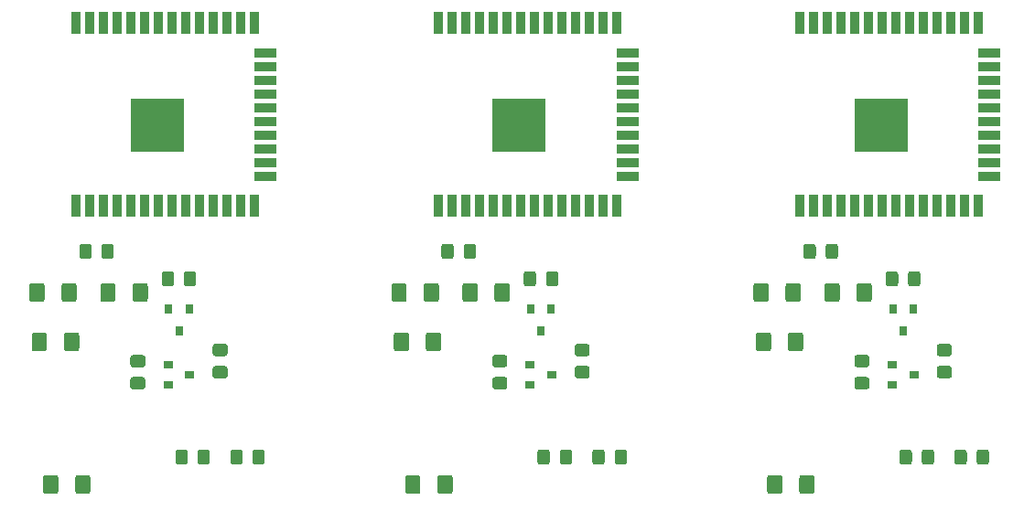
<source format=gbr>
G04 #@! TF.GenerationSoftware,KiCad,Pcbnew,5.1.6-c6e7f7d~87~ubuntu20.04.1*
G04 #@! TF.CreationDate,2020-11-03T14:00:41+02:00*
G04 #@! TF.ProjectId,temp_monitor,74656d70-5f6d-46f6-9e69-746f722e6b69,rev?*
G04 #@! TF.SameCoordinates,Original*
G04 #@! TF.FileFunction,Paste,Top*
G04 #@! TF.FilePolarity,Positive*
%FSLAX46Y46*%
G04 Gerber Fmt 4.6, Leading zero omitted, Abs format (unit mm)*
G04 Created by KiCad (PCBNEW 5.1.6-c6e7f7d~87~ubuntu20.04.1) date 2020-11-03 14:00:41*
%MOMM*%
%LPD*%
G01*
G04 APERTURE LIST*
%ADD10R,0.900000X2.000000*%
%ADD11R,2.000000X0.900000*%
%ADD12R,5.000000X5.000000*%
%ADD13R,0.800000X0.900000*%
%ADD14R,0.900000X0.800000*%
G04 APERTURE END LIST*
G36*
G01*
X111900001Y-85166000D02*
X110999999Y-85166000D01*
G75*
G02*
X110750000Y-84916001I0J249999D01*
G01*
X110750000Y-84265999D01*
G75*
G02*
X110999999Y-84016000I249999J0D01*
G01*
X111900001Y-84016000D01*
G75*
G02*
X112150000Y-84265999I0J-249999D01*
G01*
X112150000Y-84916001D01*
G75*
G02*
X111900001Y-85166000I-249999J0D01*
G01*
G37*
G36*
G01*
X111900001Y-83116000D02*
X110999999Y-83116000D01*
G75*
G02*
X110750000Y-82866001I0J249999D01*
G01*
X110750000Y-82215999D01*
G75*
G02*
X110999999Y-81966000I249999J0D01*
G01*
X111900001Y-81966000D01*
G75*
G02*
X112150000Y-82215999I0J-249999D01*
G01*
X112150000Y-82866001D01*
G75*
G02*
X111900001Y-83116000I-249999J0D01*
G01*
G37*
G36*
G01*
X78400001Y-85166000D02*
X77499999Y-85166000D01*
G75*
G02*
X77250000Y-84916001I0J249999D01*
G01*
X77250000Y-84265999D01*
G75*
G02*
X77499999Y-84016000I249999J0D01*
G01*
X78400001Y-84016000D01*
G75*
G02*
X78650000Y-84265999I0J-249999D01*
G01*
X78650000Y-84916001D01*
G75*
G02*
X78400001Y-85166000I-249999J0D01*
G01*
G37*
G36*
G01*
X78400001Y-83116000D02*
X77499999Y-83116000D01*
G75*
G02*
X77250000Y-82866001I0J249999D01*
G01*
X77250000Y-82215999D01*
G75*
G02*
X77499999Y-81966000I249999J0D01*
G01*
X78400001Y-81966000D01*
G75*
G02*
X78650000Y-82215999I0J-249999D01*
G01*
X78650000Y-82866001D01*
G75*
G02*
X78400001Y-83116000I-249999J0D01*
G01*
G37*
G36*
G01*
X108460000Y-92005999D02*
X108460000Y-92906001D01*
G75*
G02*
X108210001Y-93156000I-249999J0D01*
G01*
X107559999Y-93156000D01*
G75*
G02*
X107310000Y-92906001I0J249999D01*
G01*
X107310000Y-92005999D01*
G75*
G02*
X107559999Y-91756000I249999J0D01*
G01*
X108210001Y-91756000D01*
G75*
G02*
X108460000Y-92005999I0J-249999D01*
G01*
G37*
G36*
G01*
X110510000Y-92005999D02*
X110510000Y-92906001D01*
G75*
G02*
X110260001Y-93156000I-249999J0D01*
G01*
X109609999Y-93156000D01*
G75*
G02*
X109360000Y-92906001I0J249999D01*
G01*
X109360000Y-92005999D01*
G75*
G02*
X109609999Y-91756000I249999J0D01*
G01*
X110260001Y-91756000D01*
G75*
G02*
X110510000Y-92005999I0J-249999D01*
G01*
G37*
G36*
G01*
X74960000Y-92005999D02*
X74960000Y-92906001D01*
G75*
G02*
X74710001Y-93156000I-249999J0D01*
G01*
X74059999Y-93156000D01*
G75*
G02*
X73810000Y-92906001I0J249999D01*
G01*
X73810000Y-92005999D01*
G75*
G02*
X74059999Y-91756000I249999J0D01*
G01*
X74710001Y-91756000D01*
G75*
G02*
X74960000Y-92005999I0J-249999D01*
G01*
G37*
G36*
G01*
X77010000Y-92005999D02*
X77010000Y-92906001D01*
G75*
G02*
X76760001Y-93156000I-249999J0D01*
G01*
X76109999Y-93156000D01*
G75*
G02*
X75860000Y-92906001I0J249999D01*
G01*
X75860000Y-92005999D01*
G75*
G02*
X76109999Y-91756000I249999J0D01*
G01*
X76760001Y-91756000D01*
G75*
G02*
X77010000Y-92005999I0J-249999D01*
G01*
G37*
D10*
X98115000Y-52206000D03*
X99385000Y-52206000D03*
X100655000Y-52206000D03*
X101925000Y-52206000D03*
X103195000Y-52206000D03*
X104465000Y-52206000D03*
X105735000Y-52206000D03*
X107005000Y-52206000D03*
X108275000Y-52206000D03*
X109545000Y-52206000D03*
X110815000Y-52206000D03*
X112085000Y-52206000D03*
X113355000Y-52206000D03*
X114625000Y-52206000D03*
D11*
X115625000Y-54991000D03*
X115625000Y-56261000D03*
X115625000Y-57531000D03*
X115625000Y-58801000D03*
X115625000Y-60071000D03*
X115625000Y-61341000D03*
X115625000Y-62611000D03*
X115625000Y-63881000D03*
X115625000Y-65151000D03*
X115625000Y-66421000D03*
D10*
X114625000Y-69206000D03*
X113355000Y-69206000D03*
X112085000Y-69206000D03*
X110815000Y-69206000D03*
X109545000Y-69206000D03*
X108275000Y-69206000D03*
X107005000Y-69206000D03*
X105735000Y-69206000D03*
X104465000Y-69206000D03*
X103195000Y-69206000D03*
X101925000Y-69206000D03*
X100655000Y-69206000D03*
X99385000Y-69206000D03*
X98115000Y-69206000D03*
D12*
X105615000Y-61706000D03*
D10*
X64615000Y-52206000D03*
X65885000Y-52206000D03*
X67155000Y-52206000D03*
X68425000Y-52206000D03*
X69695000Y-52206000D03*
X70965000Y-52206000D03*
X72235000Y-52206000D03*
X73505000Y-52206000D03*
X74775000Y-52206000D03*
X76045000Y-52206000D03*
X77315000Y-52206000D03*
X78585000Y-52206000D03*
X79855000Y-52206000D03*
X81125000Y-52206000D03*
D11*
X82125000Y-54991000D03*
X82125000Y-56261000D03*
X82125000Y-57531000D03*
X82125000Y-58801000D03*
X82125000Y-60071000D03*
X82125000Y-61341000D03*
X82125000Y-62611000D03*
X82125000Y-63881000D03*
X82125000Y-65151000D03*
X82125000Y-66421000D03*
D10*
X81125000Y-69206000D03*
X79855000Y-69206000D03*
X78585000Y-69206000D03*
X77315000Y-69206000D03*
X76045000Y-69206000D03*
X74775000Y-69206000D03*
X73505000Y-69206000D03*
X72235000Y-69206000D03*
X70965000Y-69206000D03*
X69695000Y-69206000D03*
X68425000Y-69206000D03*
X67155000Y-69206000D03*
X65885000Y-69206000D03*
X64615000Y-69206000D03*
D12*
X72115000Y-61706000D03*
G36*
G01*
X109240000Y-75495999D02*
X109240000Y-76396001D01*
G75*
G02*
X108990001Y-76646000I-249999J0D01*
G01*
X108339999Y-76646000D01*
G75*
G02*
X108090000Y-76396001I0J249999D01*
G01*
X108090000Y-75495999D01*
G75*
G02*
X108339999Y-75246000I249999J0D01*
G01*
X108990001Y-75246000D01*
G75*
G02*
X109240000Y-75495999I0J-249999D01*
G01*
G37*
G36*
G01*
X107190000Y-75495999D02*
X107190000Y-76396001D01*
G75*
G02*
X106940001Y-76646000I-249999J0D01*
G01*
X106289999Y-76646000D01*
G75*
G02*
X106040000Y-76396001I0J249999D01*
G01*
X106040000Y-75495999D01*
G75*
G02*
X106289999Y-75246000I249999J0D01*
G01*
X106940001Y-75246000D01*
G75*
G02*
X107190000Y-75495999I0J-249999D01*
G01*
G37*
G36*
G01*
X75740000Y-75495999D02*
X75740000Y-76396001D01*
G75*
G02*
X75490001Y-76646000I-249999J0D01*
G01*
X74839999Y-76646000D01*
G75*
G02*
X74590000Y-76396001I0J249999D01*
G01*
X74590000Y-75495999D01*
G75*
G02*
X74839999Y-75246000I249999J0D01*
G01*
X75490001Y-75246000D01*
G75*
G02*
X75740000Y-75495999I0J-249999D01*
G01*
G37*
G36*
G01*
X73690000Y-75495999D02*
X73690000Y-76396001D01*
G75*
G02*
X73440001Y-76646000I-249999J0D01*
G01*
X72789999Y-76646000D01*
G75*
G02*
X72540000Y-76396001I0J249999D01*
G01*
X72540000Y-75495999D01*
G75*
G02*
X72789999Y-75246000I249999J0D01*
G01*
X73440001Y-75246000D01*
G75*
G02*
X73690000Y-75495999I0J-249999D01*
G01*
G37*
G36*
G01*
X103379999Y-85041000D02*
X104280001Y-85041000D01*
G75*
G02*
X104530000Y-85290999I0J-249999D01*
G01*
X104530000Y-85941001D01*
G75*
G02*
X104280001Y-86191000I-249999J0D01*
G01*
X103379999Y-86191000D01*
G75*
G02*
X103130000Y-85941001I0J249999D01*
G01*
X103130000Y-85290999D01*
G75*
G02*
X103379999Y-85041000I249999J0D01*
G01*
G37*
G36*
G01*
X103379999Y-82991000D02*
X104280001Y-82991000D01*
G75*
G02*
X104530000Y-83240999I0J-249999D01*
G01*
X104530000Y-83891001D01*
G75*
G02*
X104280001Y-84141000I-249999J0D01*
G01*
X103379999Y-84141000D01*
G75*
G02*
X103130000Y-83891001I0J249999D01*
G01*
X103130000Y-83240999D01*
G75*
G02*
X103379999Y-82991000I249999J0D01*
G01*
G37*
G36*
G01*
X69879999Y-85041000D02*
X70780001Y-85041000D01*
G75*
G02*
X71030000Y-85290999I0J-249999D01*
G01*
X71030000Y-85941001D01*
G75*
G02*
X70780001Y-86191000I-249999J0D01*
G01*
X69879999Y-86191000D01*
G75*
G02*
X69630000Y-85941001I0J249999D01*
G01*
X69630000Y-85290999D01*
G75*
G02*
X69879999Y-85041000I249999J0D01*
G01*
G37*
G36*
G01*
X69879999Y-82991000D02*
X70780001Y-82991000D01*
G75*
G02*
X71030000Y-83240999I0J-249999D01*
G01*
X71030000Y-83891001D01*
G75*
G02*
X70780001Y-84141000I-249999J0D01*
G01*
X69879999Y-84141000D01*
G75*
G02*
X69630000Y-83891001I0J249999D01*
G01*
X69630000Y-83240999D01*
G75*
G02*
X69879999Y-82991000I249999J0D01*
G01*
G37*
D13*
X108590000Y-78756000D03*
X106690000Y-78756000D03*
X107640000Y-80756000D03*
X75090000Y-78756000D03*
X73190000Y-78756000D03*
X74140000Y-80756000D03*
G36*
G01*
X99462500Y-94371000D02*
X99462500Y-95621000D01*
G75*
G02*
X99212500Y-95871000I-250000J0D01*
G01*
X98287500Y-95871000D01*
G75*
G02*
X98037500Y-95621000I0J250000D01*
G01*
X98037500Y-94371000D01*
G75*
G02*
X98287500Y-94121000I250000J0D01*
G01*
X99212500Y-94121000D01*
G75*
G02*
X99462500Y-94371000I0J-250000D01*
G01*
G37*
G36*
G01*
X96487500Y-94371000D02*
X96487500Y-95621000D01*
G75*
G02*
X96237500Y-95871000I-250000J0D01*
G01*
X95312500Y-95871000D01*
G75*
G02*
X95062500Y-95621000I0J250000D01*
G01*
X95062500Y-94371000D01*
G75*
G02*
X95312500Y-94121000I250000J0D01*
G01*
X96237500Y-94121000D01*
G75*
G02*
X96487500Y-94371000I0J-250000D01*
G01*
G37*
G36*
G01*
X65962500Y-94371000D02*
X65962500Y-95621000D01*
G75*
G02*
X65712500Y-95871000I-250000J0D01*
G01*
X64787500Y-95871000D01*
G75*
G02*
X64537500Y-95621000I0J250000D01*
G01*
X64537500Y-94371000D01*
G75*
G02*
X64787500Y-94121000I250000J0D01*
G01*
X65712500Y-94121000D01*
G75*
G02*
X65962500Y-94371000I0J-250000D01*
G01*
G37*
G36*
G01*
X62987500Y-94371000D02*
X62987500Y-95621000D01*
G75*
G02*
X62737500Y-95871000I-250000J0D01*
G01*
X61812500Y-95871000D01*
G75*
G02*
X61562500Y-95621000I0J250000D01*
G01*
X61562500Y-94371000D01*
G75*
G02*
X61812500Y-94121000I250000J0D01*
G01*
X62737500Y-94121000D01*
G75*
G02*
X62987500Y-94371000I0J-250000D01*
G01*
G37*
G36*
G01*
X115590000Y-92005999D02*
X115590000Y-92906001D01*
G75*
G02*
X115340001Y-93156000I-249999J0D01*
G01*
X114689999Y-93156000D01*
G75*
G02*
X114440000Y-92906001I0J249999D01*
G01*
X114440000Y-92005999D01*
G75*
G02*
X114689999Y-91756000I249999J0D01*
G01*
X115340001Y-91756000D01*
G75*
G02*
X115590000Y-92005999I0J-249999D01*
G01*
G37*
G36*
G01*
X113540000Y-92005999D02*
X113540000Y-92906001D01*
G75*
G02*
X113290001Y-93156000I-249999J0D01*
G01*
X112639999Y-93156000D01*
G75*
G02*
X112390000Y-92906001I0J249999D01*
G01*
X112390000Y-92005999D01*
G75*
G02*
X112639999Y-91756000I249999J0D01*
G01*
X113290001Y-91756000D01*
G75*
G02*
X113540000Y-92005999I0J-249999D01*
G01*
G37*
G36*
G01*
X82090000Y-92005999D02*
X82090000Y-92906001D01*
G75*
G02*
X81840001Y-93156000I-249999J0D01*
G01*
X81189999Y-93156000D01*
G75*
G02*
X80940000Y-92906001I0J249999D01*
G01*
X80940000Y-92005999D01*
G75*
G02*
X81189999Y-91756000I249999J0D01*
G01*
X81840001Y-91756000D01*
G75*
G02*
X82090000Y-92005999I0J-249999D01*
G01*
G37*
G36*
G01*
X80040000Y-92005999D02*
X80040000Y-92906001D01*
G75*
G02*
X79790001Y-93156000I-249999J0D01*
G01*
X79139999Y-93156000D01*
G75*
G02*
X78890000Y-92906001I0J249999D01*
G01*
X78890000Y-92005999D01*
G75*
G02*
X79139999Y-91756000I249999J0D01*
G01*
X79790001Y-91756000D01*
G75*
G02*
X80040000Y-92005999I0J-249999D01*
G01*
G37*
G36*
G01*
X99570000Y-72955999D02*
X99570000Y-73856001D01*
G75*
G02*
X99320001Y-74106000I-249999J0D01*
G01*
X98669999Y-74106000D01*
G75*
G02*
X98420000Y-73856001I0J249999D01*
G01*
X98420000Y-72955999D01*
G75*
G02*
X98669999Y-72706000I249999J0D01*
G01*
X99320001Y-72706000D01*
G75*
G02*
X99570000Y-72955999I0J-249999D01*
G01*
G37*
G36*
G01*
X101620000Y-72955999D02*
X101620000Y-73856001D01*
G75*
G02*
X101370001Y-74106000I-249999J0D01*
G01*
X100719999Y-74106000D01*
G75*
G02*
X100470000Y-73856001I0J249999D01*
G01*
X100470000Y-72955999D01*
G75*
G02*
X100719999Y-72706000I249999J0D01*
G01*
X101370001Y-72706000D01*
G75*
G02*
X101620000Y-72955999I0J-249999D01*
G01*
G37*
G36*
G01*
X66070000Y-72955999D02*
X66070000Y-73856001D01*
G75*
G02*
X65820001Y-74106000I-249999J0D01*
G01*
X65169999Y-74106000D01*
G75*
G02*
X64920000Y-73856001I0J249999D01*
G01*
X64920000Y-72955999D01*
G75*
G02*
X65169999Y-72706000I249999J0D01*
G01*
X65820001Y-72706000D01*
G75*
G02*
X66070000Y-72955999I0J-249999D01*
G01*
G37*
G36*
G01*
X68120000Y-72955999D02*
X68120000Y-73856001D01*
G75*
G02*
X67870001Y-74106000I-249999J0D01*
G01*
X67219999Y-74106000D01*
G75*
G02*
X66970000Y-73856001I0J249999D01*
G01*
X66970000Y-72955999D01*
G75*
G02*
X67219999Y-72706000I249999J0D01*
G01*
X67870001Y-72706000D01*
G75*
G02*
X68120000Y-72955999I0J-249999D01*
G01*
G37*
G36*
G01*
X95435000Y-81163000D02*
X95435000Y-82413000D01*
G75*
G02*
X95185000Y-82663000I-250000J0D01*
G01*
X94260000Y-82663000D01*
G75*
G02*
X94010000Y-82413000I0J250000D01*
G01*
X94010000Y-81163000D01*
G75*
G02*
X94260000Y-80913000I250000J0D01*
G01*
X95185000Y-80913000D01*
G75*
G02*
X95435000Y-81163000I0J-250000D01*
G01*
G37*
G36*
G01*
X98410000Y-81163000D02*
X98410000Y-82413000D01*
G75*
G02*
X98160000Y-82663000I-250000J0D01*
G01*
X97235000Y-82663000D01*
G75*
G02*
X96985000Y-82413000I0J250000D01*
G01*
X96985000Y-81163000D01*
G75*
G02*
X97235000Y-80913000I250000J0D01*
G01*
X98160000Y-80913000D01*
G75*
G02*
X98410000Y-81163000I0J-250000D01*
G01*
G37*
G36*
G01*
X61935000Y-81163000D02*
X61935000Y-82413000D01*
G75*
G02*
X61685000Y-82663000I-250000J0D01*
G01*
X60760000Y-82663000D01*
G75*
G02*
X60510000Y-82413000I0J250000D01*
G01*
X60510000Y-81163000D01*
G75*
G02*
X60760000Y-80913000I250000J0D01*
G01*
X61685000Y-80913000D01*
G75*
G02*
X61935000Y-81163000I0J-250000D01*
G01*
G37*
G36*
G01*
X64910000Y-81163000D02*
X64910000Y-82413000D01*
G75*
G02*
X64660000Y-82663000I-250000J0D01*
G01*
X63735000Y-82663000D01*
G75*
G02*
X63485000Y-82413000I0J250000D01*
G01*
X63485000Y-81163000D01*
G75*
G02*
X63735000Y-80913000I250000J0D01*
G01*
X64660000Y-80913000D01*
G75*
G02*
X64910000Y-81163000I0J-250000D01*
G01*
G37*
G36*
G01*
X103335000Y-77841000D02*
X103335000Y-76591000D01*
G75*
G02*
X103585000Y-76341000I250000J0D01*
G01*
X104510000Y-76341000D01*
G75*
G02*
X104760000Y-76591000I0J-250000D01*
G01*
X104760000Y-77841000D01*
G75*
G02*
X104510000Y-78091000I-250000J0D01*
G01*
X103585000Y-78091000D01*
G75*
G02*
X103335000Y-77841000I0J250000D01*
G01*
G37*
G36*
G01*
X100360000Y-77841000D02*
X100360000Y-76591000D01*
G75*
G02*
X100610000Y-76341000I250000J0D01*
G01*
X101535000Y-76341000D01*
G75*
G02*
X101785000Y-76591000I0J-250000D01*
G01*
X101785000Y-77841000D01*
G75*
G02*
X101535000Y-78091000I-250000J0D01*
G01*
X100610000Y-78091000D01*
G75*
G02*
X100360000Y-77841000I0J250000D01*
G01*
G37*
G36*
G01*
X69835000Y-77841000D02*
X69835000Y-76591000D01*
G75*
G02*
X70085000Y-76341000I250000J0D01*
G01*
X71010000Y-76341000D01*
G75*
G02*
X71260000Y-76591000I0J-250000D01*
G01*
X71260000Y-77841000D01*
G75*
G02*
X71010000Y-78091000I-250000J0D01*
G01*
X70085000Y-78091000D01*
G75*
G02*
X69835000Y-77841000I0J250000D01*
G01*
G37*
G36*
G01*
X66860000Y-77841000D02*
X66860000Y-76591000D01*
G75*
G02*
X67110000Y-76341000I250000J0D01*
G01*
X68035000Y-76341000D01*
G75*
G02*
X68285000Y-76591000I0J-250000D01*
G01*
X68285000Y-77841000D01*
G75*
G02*
X68035000Y-78091000I-250000J0D01*
G01*
X67110000Y-78091000D01*
G75*
G02*
X66860000Y-77841000I0J250000D01*
G01*
G37*
G36*
G01*
X98192500Y-76591000D02*
X98192500Y-77841000D01*
G75*
G02*
X97942500Y-78091000I-250000J0D01*
G01*
X97017500Y-78091000D01*
G75*
G02*
X96767500Y-77841000I0J250000D01*
G01*
X96767500Y-76591000D01*
G75*
G02*
X97017500Y-76341000I250000J0D01*
G01*
X97942500Y-76341000D01*
G75*
G02*
X98192500Y-76591000I0J-250000D01*
G01*
G37*
G36*
G01*
X95217500Y-76591000D02*
X95217500Y-77841000D01*
G75*
G02*
X94967500Y-78091000I-250000J0D01*
G01*
X94042500Y-78091000D01*
G75*
G02*
X93792500Y-77841000I0J250000D01*
G01*
X93792500Y-76591000D01*
G75*
G02*
X94042500Y-76341000I250000J0D01*
G01*
X94967500Y-76341000D01*
G75*
G02*
X95217500Y-76591000I0J-250000D01*
G01*
G37*
G36*
G01*
X64692500Y-76591000D02*
X64692500Y-77841000D01*
G75*
G02*
X64442500Y-78091000I-250000J0D01*
G01*
X63517500Y-78091000D01*
G75*
G02*
X63267500Y-77841000I0J250000D01*
G01*
X63267500Y-76591000D01*
G75*
G02*
X63517500Y-76341000I250000J0D01*
G01*
X64442500Y-76341000D01*
G75*
G02*
X64692500Y-76591000I0J-250000D01*
G01*
G37*
G36*
G01*
X61717500Y-76591000D02*
X61717500Y-77841000D01*
G75*
G02*
X61467500Y-78091000I-250000J0D01*
G01*
X60542500Y-78091000D01*
G75*
G02*
X60292500Y-77841000I0J250000D01*
G01*
X60292500Y-76591000D01*
G75*
G02*
X60542500Y-76341000I250000J0D01*
G01*
X61467500Y-76341000D01*
G75*
G02*
X61717500Y-76591000I0J-250000D01*
G01*
G37*
D14*
X108640000Y-84836000D03*
X106640000Y-85786000D03*
X106640000Y-83886000D03*
X75140000Y-84836000D03*
X73140000Y-85786000D03*
X73140000Y-83886000D03*
G36*
G01*
X29487500Y-94371000D02*
X29487500Y-95621000D01*
G75*
G02*
X29237500Y-95871000I-250000J0D01*
G01*
X28312500Y-95871000D01*
G75*
G02*
X28062500Y-95621000I0J250000D01*
G01*
X28062500Y-94371000D01*
G75*
G02*
X28312500Y-94121000I250000J0D01*
G01*
X29237500Y-94121000D01*
G75*
G02*
X29487500Y-94371000I0J-250000D01*
G01*
G37*
G36*
G01*
X32462500Y-94371000D02*
X32462500Y-95621000D01*
G75*
G02*
X32212500Y-95871000I-250000J0D01*
G01*
X31287500Y-95871000D01*
G75*
G02*
X31037500Y-95621000I0J250000D01*
G01*
X31037500Y-94371000D01*
G75*
G02*
X31287500Y-94121000I250000J0D01*
G01*
X32212500Y-94121000D01*
G75*
G02*
X32462500Y-94371000I0J-250000D01*
G01*
G37*
G36*
G01*
X31410000Y-81163000D02*
X31410000Y-82413000D01*
G75*
G02*
X31160000Y-82663000I-250000J0D01*
G01*
X30235000Y-82663000D01*
G75*
G02*
X29985000Y-82413000I0J250000D01*
G01*
X29985000Y-81163000D01*
G75*
G02*
X30235000Y-80913000I250000J0D01*
G01*
X31160000Y-80913000D01*
G75*
G02*
X31410000Y-81163000I0J-250000D01*
G01*
G37*
G36*
G01*
X28435000Y-81163000D02*
X28435000Y-82413000D01*
G75*
G02*
X28185000Y-82663000I-250000J0D01*
G01*
X27260000Y-82663000D01*
G75*
G02*
X27010000Y-82413000I0J250000D01*
G01*
X27010000Y-81163000D01*
G75*
G02*
X27260000Y-80913000I250000J0D01*
G01*
X28185000Y-80913000D01*
G75*
G02*
X28435000Y-81163000I0J-250000D01*
G01*
G37*
G36*
G01*
X28217500Y-76591000D02*
X28217500Y-77841000D01*
G75*
G02*
X27967500Y-78091000I-250000J0D01*
G01*
X27042500Y-78091000D01*
G75*
G02*
X26792500Y-77841000I0J250000D01*
G01*
X26792500Y-76591000D01*
G75*
G02*
X27042500Y-76341000I250000J0D01*
G01*
X27967500Y-76341000D01*
G75*
G02*
X28217500Y-76591000I0J-250000D01*
G01*
G37*
G36*
G01*
X31192500Y-76591000D02*
X31192500Y-77841000D01*
G75*
G02*
X30942500Y-78091000I-250000J0D01*
G01*
X30017500Y-78091000D01*
G75*
G02*
X29767500Y-77841000I0J250000D01*
G01*
X29767500Y-76591000D01*
G75*
G02*
X30017500Y-76341000I250000J0D01*
G01*
X30942500Y-76341000D01*
G75*
G02*
X31192500Y-76591000I0J-250000D01*
G01*
G37*
G36*
G01*
X33360000Y-77841000D02*
X33360000Y-76591000D01*
G75*
G02*
X33610000Y-76341000I250000J0D01*
G01*
X34535000Y-76341000D01*
G75*
G02*
X34785000Y-76591000I0J-250000D01*
G01*
X34785000Y-77841000D01*
G75*
G02*
X34535000Y-78091000I-250000J0D01*
G01*
X33610000Y-78091000D01*
G75*
G02*
X33360000Y-77841000I0J250000D01*
G01*
G37*
G36*
G01*
X36335000Y-77841000D02*
X36335000Y-76591000D01*
G75*
G02*
X36585000Y-76341000I250000J0D01*
G01*
X37510000Y-76341000D01*
G75*
G02*
X37760000Y-76591000I0J-250000D01*
G01*
X37760000Y-77841000D01*
G75*
G02*
X37510000Y-78091000I-250000J0D01*
G01*
X36585000Y-78091000D01*
G75*
G02*
X36335000Y-77841000I0J250000D01*
G01*
G37*
X39640000Y-83886000D03*
X39640000Y-85786000D03*
X41640000Y-84836000D03*
D13*
X40640000Y-80756000D03*
X39690000Y-78756000D03*
X41590000Y-78756000D03*
G36*
G01*
X36379999Y-82991000D02*
X37280001Y-82991000D01*
G75*
G02*
X37530000Y-83240999I0J-249999D01*
G01*
X37530000Y-83891001D01*
G75*
G02*
X37280001Y-84141000I-249999J0D01*
G01*
X36379999Y-84141000D01*
G75*
G02*
X36130000Y-83891001I0J249999D01*
G01*
X36130000Y-83240999D01*
G75*
G02*
X36379999Y-82991000I249999J0D01*
G01*
G37*
G36*
G01*
X36379999Y-85041000D02*
X37280001Y-85041000D01*
G75*
G02*
X37530000Y-85290999I0J-249999D01*
G01*
X37530000Y-85941001D01*
G75*
G02*
X37280001Y-86191000I-249999J0D01*
G01*
X36379999Y-86191000D01*
G75*
G02*
X36130000Y-85941001I0J249999D01*
G01*
X36130000Y-85290999D01*
G75*
G02*
X36379999Y-85041000I249999J0D01*
G01*
G37*
G36*
G01*
X40190000Y-75495999D02*
X40190000Y-76396001D01*
G75*
G02*
X39940001Y-76646000I-249999J0D01*
G01*
X39289999Y-76646000D01*
G75*
G02*
X39040000Y-76396001I0J249999D01*
G01*
X39040000Y-75495999D01*
G75*
G02*
X39289999Y-75246000I249999J0D01*
G01*
X39940001Y-75246000D01*
G75*
G02*
X40190000Y-75495999I0J-249999D01*
G01*
G37*
G36*
G01*
X42240000Y-75495999D02*
X42240000Y-76396001D01*
G75*
G02*
X41990001Y-76646000I-249999J0D01*
G01*
X41339999Y-76646000D01*
G75*
G02*
X41090000Y-76396001I0J249999D01*
G01*
X41090000Y-75495999D01*
G75*
G02*
X41339999Y-75246000I249999J0D01*
G01*
X41990001Y-75246000D01*
G75*
G02*
X42240000Y-75495999I0J-249999D01*
G01*
G37*
G36*
G01*
X46540000Y-92005999D02*
X46540000Y-92906001D01*
G75*
G02*
X46290001Y-93156000I-249999J0D01*
G01*
X45639999Y-93156000D01*
G75*
G02*
X45390000Y-92906001I0J249999D01*
G01*
X45390000Y-92005999D01*
G75*
G02*
X45639999Y-91756000I249999J0D01*
G01*
X46290001Y-91756000D01*
G75*
G02*
X46540000Y-92005999I0J-249999D01*
G01*
G37*
G36*
G01*
X48590000Y-92005999D02*
X48590000Y-92906001D01*
G75*
G02*
X48340001Y-93156000I-249999J0D01*
G01*
X47689999Y-93156000D01*
G75*
G02*
X47440000Y-92906001I0J249999D01*
G01*
X47440000Y-92005999D01*
G75*
G02*
X47689999Y-91756000I249999J0D01*
G01*
X48340001Y-91756000D01*
G75*
G02*
X48590000Y-92005999I0J-249999D01*
G01*
G37*
G36*
G01*
X34620000Y-72955999D02*
X34620000Y-73856001D01*
G75*
G02*
X34370001Y-74106000I-249999J0D01*
G01*
X33719999Y-74106000D01*
G75*
G02*
X33470000Y-73856001I0J249999D01*
G01*
X33470000Y-72955999D01*
G75*
G02*
X33719999Y-72706000I249999J0D01*
G01*
X34370001Y-72706000D01*
G75*
G02*
X34620000Y-72955999I0J-249999D01*
G01*
G37*
G36*
G01*
X32570000Y-72955999D02*
X32570000Y-73856001D01*
G75*
G02*
X32320001Y-74106000I-249999J0D01*
G01*
X31669999Y-74106000D01*
G75*
G02*
X31420000Y-73856001I0J249999D01*
G01*
X31420000Y-72955999D01*
G75*
G02*
X31669999Y-72706000I249999J0D01*
G01*
X32320001Y-72706000D01*
G75*
G02*
X32570000Y-72955999I0J-249999D01*
G01*
G37*
G36*
G01*
X44900001Y-83116000D02*
X43999999Y-83116000D01*
G75*
G02*
X43750000Y-82866001I0J249999D01*
G01*
X43750000Y-82215999D01*
G75*
G02*
X43999999Y-81966000I249999J0D01*
G01*
X44900001Y-81966000D01*
G75*
G02*
X45150000Y-82215999I0J-249999D01*
G01*
X45150000Y-82866001D01*
G75*
G02*
X44900001Y-83116000I-249999J0D01*
G01*
G37*
G36*
G01*
X44900001Y-85166000D02*
X43999999Y-85166000D01*
G75*
G02*
X43750000Y-84916001I0J249999D01*
G01*
X43750000Y-84265999D01*
G75*
G02*
X43999999Y-84016000I249999J0D01*
G01*
X44900001Y-84016000D01*
G75*
G02*
X45150000Y-84265999I0J-249999D01*
G01*
X45150000Y-84916001D01*
G75*
G02*
X44900001Y-85166000I-249999J0D01*
G01*
G37*
G36*
G01*
X43510000Y-92005999D02*
X43510000Y-92906001D01*
G75*
G02*
X43260001Y-93156000I-249999J0D01*
G01*
X42609999Y-93156000D01*
G75*
G02*
X42360000Y-92906001I0J249999D01*
G01*
X42360000Y-92005999D01*
G75*
G02*
X42609999Y-91756000I249999J0D01*
G01*
X43260001Y-91756000D01*
G75*
G02*
X43510000Y-92005999I0J-249999D01*
G01*
G37*
G36*
G01*
X41460000Y-92005999D02*
X41460000Y-92906001D01*
G75*
G02*
X41210001Y-93156000I-249999J0D01*
G01*
X40559999Y-93156000D01*
G75*
G02*
X40310000Y-92906001I0J249999D01*
G01*
X40310000Y-92005999D01*
G75*
G02*
X40559999Y-91756000I249999J0D01*
G01*
X41210001Y-91756000D01*
G75*
G02*
X41460000Y-92005999I0J-249999D01*
G01*
G37*
D12*
X38615000Y-61706000D03*
D10*
X31115000Y-69206000D03*
X32385000Y-69206000D03*
X33655000Y-69206000D03*
X34925000Y-69206000D03*
X36195000Y-69206000D03*
X37465000Y-69206000D03*
X38735000Y-69206000D03*
X40005000Y-69206000D03*
X41275000Y-69206000D03*
X42545000Y-69206000D03*
X43815000Y-69206000D03*
X45085000Y-69206000D03*
X46355000Y-69206000D03*
X47625000Y-69206000D03*
D11*
X48625000Y-66421000D03*
X48625000Y-65151000D03*
X48625000Y-63881000D03*
X48625000Y-62611000D03*
X48625000Y-61341000D03*
X48625000Y-60071000D03*
X48625000Y-58801000D03*
X48625000Y-57531000D03*
X48625000Y-56261000D03*
X48625000Y-54991000D03*
D10*
X47625000Y-52206000D03*
X46355000Y-52206000D03*
X45085000Y-52206000D03*
X43815000Y-52206000D03*
X42545000Y-52206000D03*
X41275000Y-52206000D03*
X40005000Y-52206000D03*
X38735000Y-52206000D03*
X37465000Y-52206000D03*
X36195000Y-52206000D03*
X34925000Y-52206000D03*
X33655000Y-52206000D03*
X32385000Y-52206000D03*
X31115000Y-52206000D03*
M02*

</source>
